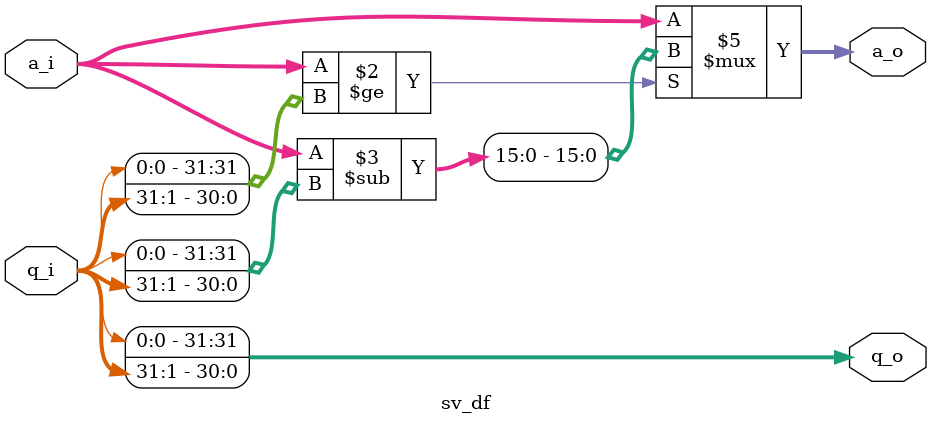
<source format=sv>

module sv_df #(parameter DATA_WIDTH = 16)
(
  input  logic  [DATA_WIDTH-1:0]  a_i,
  input  logic  [2*DATA_WIDTH-1:0]  q_i,

  output logic  [DATA_WIDTH-1:0]  a_o,
  output logic  [2*DATA_WIDTH-1:0]  q_o);

  always_comb begin
    q_o = {q_i[0],q_i[2*DATA_WIDTH-1:1]};
    if (a_i >= q_o) a_o = a_i-q_o;
    else a_o = a_i; end

endmodule

</source>
